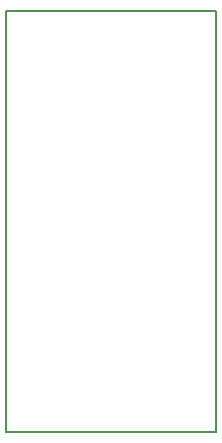
<source format=gbr>
G04 #@! TF.GenerationSoftware,KiCad,Pcbnew,(5.1.0)-1*
G04 #@! TF.CreationDate,2020-11-17T16:37:49-05:00*
G04 #@! TF.ProjectId,T61_LC_Scanner,5436315f-4c43-45f5-9363-616e6e65722e,rev?*
G04 #@! TF.SameCoordinates,Original*
G04 #@! TF.FileFunction,Profile,NP*
%FSLAX46Y46*%
G04 Gerber Fmt 4.6, Leading zero omitted, Abs format (unit mm)*
G04 Created by KiCad (PCBNEW (5.1.0)-1) date 2020-11-17 16:37:49*
%MOMM*%
%LPD*%
G04 APERTURE LIST*
%ADD10C,0.150000*%
G04 APERTURE END LIST*
D10*
X123667520Y-80103600D02*
X141442440Y-80103600D01*
X123667520Y-115671600D02*
X123667520Y-80103600D01*
X123667520Y-115671600D02*
X141442440Y-115671600D01*
X141442440Y-115671600D02*
X141442440Y-80103600D01*
M02*

</source>
